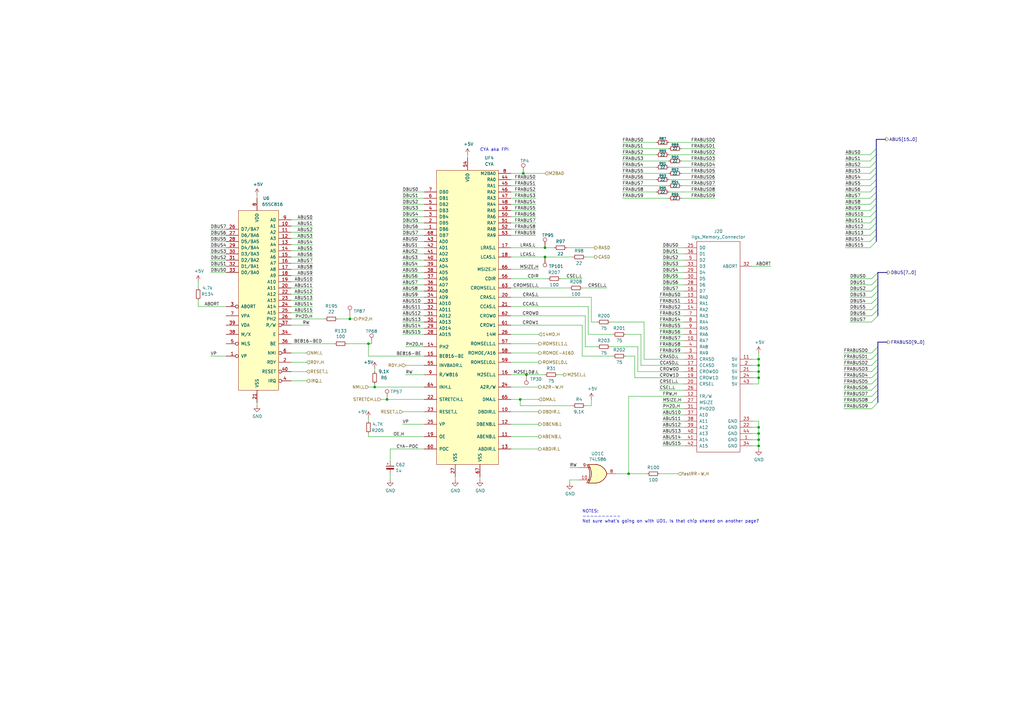
<source format=kicad_sch>
(kicad_sch (version 20211123) (generator eeschema)
  (paper "A3")
  (title_block (rev "2"))
  (lib_symbols
    (symbol "74xx:74LS86" (pin_names (offset 1.016))
      (property "Reference" "U" (at 0 1.27 0))
      (property "Value" "74LS86" (at 0 -1.27 0))
      (symbol "74LS86_1_0"
        (pin input line (at -7.62 2.54 0) (length 4.445) (name "~") (number "1"))
        (pin input line (at -7.62 -2.54 0) (length 4.445) (name "~") (number "2"))
        (pin output line (at 7.62 0 180) (length 3.81) (name "~") (number "3"))
      )
      (symbol "74LS86_2_0"
        (pin input line (at -7.62 2.54 0) (length 4.445) (name "~") (number "4"))
        (pin input line (at -7.62 -2.54 0) (length 4.445) (name "~") (number "5"))
        (pin output line (at 7.62 0 180) (length 3.81) (name "~") (number "6"))
      )
      (symbol "74LS86_3_0"
        (pin input line (at -7.62 -2.54 0) (length 4.445) (name "~") (number "10"))
        (pin output line (at 7.62 0 180) (length 3.81) (name "~") (number "8"))
        (pin input line (at -7.62 2.54 0) (length 4.445) (name "~") (number "9"))
      )
      (symbol "74LS86_4_0"
        (pin output line (at 7.62 0 180) (length 3.81) (name "~") (number "11"))
        (pin input line (at -7.62 2.54 0) (length 4.445) (name "~") (number "12"))
        (pin input line (at -7.62 -2.54 0) (length 4.445) (name "~") (number "13"))
      )
      (symbol "74LS86_5_0"
        (pin power_in line (at 0 12.7 270) (length 5.08) (name "VCC") (number "14"))
        (pin power_in line (at 0 -12.7 90) (length 5.08) (name "GND") (number "7"))
      )
    )
    (symbol "Connector:TestPoint" (pin_numbers hide) (pin_names (offset 0.762) hide)
      (property "Reference" "TP" (at 0 6.858 0))
      (property "Value" "TestPoint" (at 0 5.08 0))
      (symbol "TestPoint_1_1"
        (pin passive line (at 0 0 90) (length 2.54) (name "1") (number "1"))
      )
    )
    (symbol "Device:R_Small" (pin_numbers hide) (pin_names (offset 0.254) hide)
      (property "Reference" "R" (at 0.762 0.508 0))
      (property "Value" "R_Small" (at 0.762 -1.016 0))
      (symbol "R_Small_1_1"
        (pin passive line (at 0 2.54 270) (length 0.762) (name "~") (number "1"))
        (pin passive line (at 0 -2.54 90) (length 0.762) (name "~") (number "2"))
      )
    )
    (symbol "IIgs-Schematic-rescue:CP_Small-Device" (pin_numbers hide) (pin_names (offset 0.254) hide)
      (property "Reference" "C" (at 0.254 1.778 0))
      (property "Value" "CP_Small-Device" (at 0.254 -2.032 0))
      (symbol "CP_Small-Device_1_1"
        (pin passive line (at 0 2.54 270) (length 1.8542) (name "~") (number "1"))
        (pin passive line (at 0 -2.54 90) (length 1.8542) (name "~") (number "2"))
      )
    )
    (symbol "IIgs-Schematic:65SC816" (pin_names (offset 1.016))
      (property "Reference" "U" (at -8.89 38.1 0))
      (property "Value" "65SC816" (at -8.89 35.56 0))
      (symbol "65SC816_1_1"
        (pin input inverted (at -12.7 -25.4 0) (length 5.08) (name "VP") (number "1"))
        (pin input line (at 13.97 27.94 180) (length 5.08) (name "A1") (number "10"))
        (pin input line (at 13.97 25.4 180) (length 5.08) (name "A2") (number "11"))
        (pin input line (at 13.97 22.86 180) (length 5.08) (name "A3") (number "12"))
        (pin input line (at 13.97 20.32 180) (length 5.08) (name "A4") (number "13"))
        (pin input line (at 13.97 17.78 180) (length 5.08) (name "A5") (number "14"))
        (pin input line (at 13.97 15.24 180) (length 5.08) (name "A6") (number "15"))
        (pin input line (at 13.97 12.7 180) (length 5.08) (name "A7") (number "16"))
        (pin input line (at 13.97 10.16 180) (length 5.08) (name "A8") (number "17"))
        (pin input line (at 13.97 7.62 180) (length 5.08) (name "A9") (number "18"))
        (pin input line (at 13.97 5.08 180) (length 5.08) (name "A10") (number "19"))
        (pin input line (at 13.97 -27.94 180) (length 5.08) (name "RDY") (number "2"))
        (pin input line (at 13.97 2.54 180) (length 5.08) (name "A11") (number "20"))
        (pin input line (at 0 -44.45 90) (length 5.08) (name "VSS") (number "21"))
        (pin input line (at 13.97 0 180) (length 5.08) (name "A12") (number "22"))
        (pin input line (at 13.97 -2.54 180) (length 5.08) (name "A13") (number "23"))
        (pin input line (at 13.97 -5.08 180) (length 5.08) (name "A14") (number "24"))
        (pin input line (at 13.97 -7.62 180) (length 5.08) (name "A15") (number "25"))
        (pin input line (at -12.7 26.67 0) (length 5.08) (name "D7/BA7") (number "26"))
        (pin input line (at 13.97 -10.16 180) (length 5.08) (name "PH2") (number "26"))
        (pin input line (at -12.7 24.13 0) (length 5.08) (name "D6/BA6") (number "27"))
        (pin input line (at -12.7 21.59 0) (length 5.08) (name "D5/BA5") (number "28"))
        (pin input line (at -12.7 19.05 0) (length 5.08) (name "D4/BA4") (number "29"))
        (pin input inverted (at -12.7 -5.08 0) (length 5.08) (name "ABORT") (number "3"))
        (pin input line (at -12.7 16.51 0) (length 5.08) (name "D3/BA3") (number "30"))
        (pin input line (at -12.7 13.97 0) (length 5.08) (name "D2/BA2") (number "31"))
        (pin input line (at -12.7 11.43 0) (length 5.08) (name "D1/BA1") (number "32"))
        (pin input line (at -12.7 8.89 0) (length 5.08) (name "D0/BA0") (number "33"))
        (pin input line (at 13.97 -16.51 180) (length 5.08) (name "E") (number "34"))
        (pin input line (at 13.97 -20.32 180) (length 5.08) (name "BE") (number "36"))
        (pin input inverted (at 13.97 -12.7 180) (length 5.08) (name "R/W") (number "37"))
        (pin input line (at -12.7 -16.51 0) (length 5.08) (name "M/X") (number "38"))
        (pin input line (at -12.7 -12.7 0) (length 5.08) (name "VDA") (number "39"))
        (pin input inverted (at 13.97 -35.56 180) (length 5.08) (name "IRQ") (number "4"))
        (pin input inverted (at 13.97 -31.75 180) (length 5.08) (name "RESET") (number "40"))
        (pin input inverted (at -12.7 -20.32 0) (length 5.08) (name "MLS") (number "5"))
        (pin input inverted (at 13.97 -24.13 180) (length 5.08) (name "NMI") (number "6"))
        (pin input line (at -12.7 -8.89 0) (length 5.08) (name "VPA") (number "7"))
        (pin input line (at 0 39.37 270) (length 5.08) (name "VDD") (number "8"))
        (pin input line (at 13.97 30.48 180) (length 5.08) (name "A0") (number "9"))
      )
    )
    (symbol "IIgs-Schematic:CYA" (pin_names (offset 1.016))
      (property "Reference" "U" (at -11.43 62.23 0))
      (property "Value" "CYA" (at -11.43 59.69 0))
      (symbol "CYA_1_1"
        (pin input line (at -17.78 33.02 0) (length 5.08) (name "DB6") (number "1"))
        (pin input line (at 17.78 -41.91 180) (length 5.08) (name "DBDIR.L") (number "10"))
        (pin input line (at 17.78 -52.07 180) (length 5.08) (name "ABENB.L") (number "11"))
        (pin input line (at 17.78 -46.99 180) (length 5.08) (name "DBENB.L") (number "12"))
        (pin input line (at 17.78 -57.15 180) (length 5.08) (name "ABDIR.L") (number "13"))
        (pin input line (at -17.78 -15.24 0) (length 5.08) (name "PH2") (number "14"))
        (pin input line (at -17.78 -19.05 0) (length 5.08) (name "BE816-BE") (number "15"))
        (pin input line (at 17.78 -26.67 180) (length 5.08) (name "M2SEL.L") (number "16"))
        (pin input line (at 17.78 25.4 180) (length 5.08) (name "LRAS.L") (number "17"))
        (pin input line (at 17.78 21.59 180) (length 5.08) (name "LCAS.L") (number "18"))
        (pin input line (at -17.78 -52.07 0) (length 5.08) (name "OE") (number "19"))
        (pin input line (at -17.78 35.56 0) (length 5.08) (name "DB5") (number "2"))
        (pin input line (at 17.78 5.08 180) (length 5.08) (name "CRAS.L") (number "20"))
        (pin input line (at 17.78 1.27 180) (length 5.08) (name "CCAS.L") (number "21"))
        (pin input line (at -17.78 -36.83 0) (length 5.08) (name "STRETCH.L") (number "22"))
        (pin input line (at -17.78 -41.91 0) (length 5.08) (name "RESET.L") (number "23"))
        (pin input line (at 17.78 -31.75 180) (length 5.08) (name "A2R/W") (number "24"))
        (pin input line (at -17.78 -46.99 0) (length 5.08) (name "VP") (number "25"))
        (pin input line (at 17.78 -10.16 180) (length 5.08) (name "14M") (number "26"))
        (pin input line (at -5.08 -68.58 90) (length 5.08) (name "VSS") (number "27"))
        (pin input line (at -17.78 -10.16 0) (length 5.08) (name "AD15") (number "28"))
        (pin input line (at -17.78 -7.62 0) (length 5.08) (name "AD14") (number "29"))
        (pin input line (at -17.78 38.1 0) (length 5.08) (name "DB4") (number "3"))
        (pin input line (at -17.78 -5.08 0) (length 5.08) (name "AD13") (number "30"))
        (pin input line (at -17.78 -2.54 0) (length 5.08) (name "AD12") (number "31"))
        (pin input line (at -17.78 0 0) (length 5.08) (name "AD11") (number "32"))
        (pin input line (at -17.78 2.54 0) (length 5.08) (name "AD10") (number "33"))
        (pin input line (at -17.78 5.08 0) (length 5.08) (name "AD9") (number "34"))
        (pin input line (at -17.78 7.62 0) (length 5.08) (name "AD8") (number "35"))
        (pin input line (at -17.78 10.16 0) (length 5.08) (name "AD7") (number "36"))
        (pin input line (at -17.78 12.7 0) (length 5.08) (name "AD6") (number "37"))
        (pin input line (at -17.78 15.24 0) (length 5.08) (name "AD5") (number "38"))
        (pin input line (at -17.78 17.78 0) (length 5.08) (name "AD4") (number "39"))
        (pin input line (at -17.78 40.64 0) (length 5.08) (name "DB3") (number "4"))
        (pin input line (at -17.78 20.32 0) (length 5.08) (name "AD3") (number "40"))
        (pin input line (at -17.78 22.86 0) (length 5.08) (name "AD2") (number "41"))
        (pin input line (at -17.78 25.4 0) (length 5.08) (name "AD1") (number "42"))
        (pin input line (at -17.78 27.94 0) (length 5.08) (name "AD0") (number "43"))
        (pin input line (at 17.78 53.34 180) (length 5.08) (name "RA0") (number "44"))
        (pin input line (at 17.78 50.8 180) (length 5.08) (name "RA1") (number "45"))
        (pin input line (at 17.78 48.26 180) (length 5.08) (name "RA2") (number "46"))
        (pin input line (at 17.78 45.72 180) (length 5.08) (name "RA3") (number "47"))
        (pin input line (at 17.78 43.18 180) (length 5.08) (name "RA4") (number "48"))
        (pin input line (at 17.78 40.64 180) (length 5.08) (name "RA5") (number "49"))
        (pin input line (at -17.78 43.18 0) (length 5.08) (name "DB2") (number "5"))
        (pin input line (at 17.78 38.1 180) (length 5.08) (name "RA6") (number "50"))
        (pin input line (at 17.78 35.56 180) (length 5.08) (name "RA7") (number "51"))
        (pin input line (at 17.78 33.02 180) (length 5.08) (name "RA8") (number "52"))
        (pin input line (at 17.78 30.48 180) (length 5.08) (name "RA9") (number "53"))
        (pin input line (at 0 62.23 270) (length 5.08) (name "VDD") (number "54"))
        (pin input line (at -17.78 -22.86 0) (length 5.08) (name "INVBADR.L") (number "55"))
        (pin input line (at 17.78 12.7 180) (length 5.08) (name "CDIR") (number "56"))
        (pin input line (at 17.78 -13.97 180) (length 5.08) (name "ROMSEL1.L") (number "57"))
        (pin input line (at 17.78 -17.78 180) (length 5.08) (name "ROMOE/A16") (number "58"))
        (pin input line (at 17.78 -21.59 180) (length 5.08) (name "ROMSEL0.L") (number "59"))
        (pin input line (at -17.78 45.72 0) (length 5.08) (name "DB1") (number "6"))
        (pin input line (at -17.78 -57.15 0) (length 5.08) (name "POC") (number "60"))
        (pin input line (at 17.78 -6.35 180) (length 5.08) (name "CROW1") (number "61"))
        (pin input line (at 17.78 -2.54 180) (length 5.08) (name "CROW0") (number "62"))
        (pin input line (at 17.78 8.89 180) (length 5.08) (name "CROMSEL.L") (number "63"))
        (pin input line (at -17.78 -31.75 0) (length 5.08) (name "INH.L") (number "64"))
        (pin input line (at 17.78 -36.83 180) (length 5.08) (name "DMA.L") (number "65"))
        (pin input line (at 17.78 16.51 180) (length 5.08) (name "MSIZE.H") (number "66"))
        (pin input line (at 5.08 -68.58 90) (length 5.08) (name "VSS") (number "67"))
        (pin input line (at -17.78 30.48 0) (length 5.08) (name "DB7") (number "68"))
        (pin input line (at -17.78 48.26 0) (length 5.08) (name "DB0") (number "7"))
        (pin input line (at 17.78 55.88 180) (length 5.08) (name "M2BA0") (number "8"))
        (pin input line (at -17.78 -26.67 0) (length 5.08) (name "R/W816") (number "9"))
      )
    )
    (symbol "IIgs-Schematic:IIgs_Memory_Connector" (pin_names (offset 1.016))
      (property "Reference" "J" (at 8.89 1.27 0))
      (property "Value" "IIgs_Memory_Connector" (at 7.62 -1.27 0))
      (symbol "IIgs_Memory_Connector_1_1"
        (pin input line (at 22.86 -83.82 180) (length 5.08) (name "GND") (number "1"))
        (pin input line (at -5.08 -43.18 0) (length 5.08) (name "RA7") (number "10"))
        (pin input line (at 22.86 -50.8 180) (length 5.08) (name "5V") (number "11"))
        (pin input line (at -5.08 -66.04 0) (length 5.08) (name "FR/W") (number "12"))
        (pin input line (at -5.08 -25.4 0) (length 5.08) (name "RA0") (number "13"))
        (pin input line (at -5.08 -30.48 0) (length 5.08) (name "RA2") (number "14"))
        (pin input line (at -5.08 -27.94 0) (length 5.08) (name "RA1") (number "15"))
        (pin input line (at -5.08 -22.86 0) (length 5.08) (name "D7") (number "16"))
        (pin input line (at -5.08 -53.34 0) (length 5.08) (name "CCASD") (number "17"))
        (pin input line (at -5.08 -55.88 0) (length 5.08) (name "CROW0D") (number "18"))
        (pin input line (at -5.08 -58.42 0) (length 5.08) (name "CROW1D") (number "19"))
        (pin input line (at 22.86 -53.34 180) (length 5.08) (name "5V") (number "2"))
        (pin input line (at -5.08 -60.96 0) (length 5.08) (name "CRSEL") (number "20"))
        (pin input line (at 22.86 -55.88 180) (length 5.08) (name "5V") (number "21"))
        (pin input line (at 22.86 -78.74 180) (length 5.08) (name "GND") (number "22"))
        (pin input line (at 22.86 -76.2 180) (length 5.08) (name "GND") (number "23"))
        (pin input line (at 22.86 -58.42 180) (length 5.08) (name "5V") (number "24"))
        (pin input line (at -5.08 -5.08 0) (length 5.08) (name "D0") (number "25"))
        (pin input line (at -5.08 -63.5 0) (length 5.08) (name "~") (number "26"))
        (pin input line (at -5.08 -68.58 0) (length 5.08) (name "MSIZE") (number "27"))
        (pin input line (at -5.08 -20.32 0) (length 5.08) (name "D6") (number "28"))
        (pin input line (at -5.08 -15.24 0) (length 5.08) (name "D4") (number "29"))
        (pin input line (at -5.08 -48.26 0) (length 5.08) (name "RA9") (number "3"))
        (pin input line (at -5.08 -17.78 0) (length 5.08) (name "D5") (number "30"))
        (pin input line (at -5.08 -71.12 0) (length 5.08) (name "PHD2D") (number "31"))
        (pin input line (at 22.86 -12.7 180) (length 5.08) (name "ABORT") (number "32"))
        (pin input line (at -5.08 -12.7 0) (length 5.08) (name "D3") (number "33"))
        (pin input line (at 22.86 -86.36 180) (length 5.08) (name "GND") (number "34"))
        (pin input line (at -5.08 -50.8 0) (length 5.08) (name "CRASD") (number "35"))
        (pin input line (at -5.08 -7.62 0) (length 5.08) (name "D1") (number "36"))
        (pin input line (at -5.08 -73.66 0) (length 5.08) (name "A10") (number "37"))
        (pin input line (at -5.08 -76.2 0) (length 5.08) (name "A11") (number "38"))
        (pin input line (at -5.08 -78.74 0) (length 5.08) (name "A12") (number "39"))
        (pin input line (at -5.08 -45.72 0) (length 5.08) (name "RA8") (number "4"))
        (pin input line (at -5.08 -81.28 0) (length 5.08) (name "A13") (number "40"))
        (pin input line (at -5.08 -83.82 0) (length 5.08) (name "A14") (number "41"))
        (pin input line (at -5.08 -86.36 0) (length 5.08) (name "A15") (number "42"))
        (pin input line (at 22.86 -60.96 180) (length 5.08) (name "5V") (number "43"))
        (pin input line (at 22.86 -81.28 180) (length 5.08) (name "GND") (number "44"))
        (pin input line (at -5.08 -10.16 0) (length 5.08) (name "D2") (number "5"))
        (pin input line (at -5.08 -40.64 0) (length 5.08) (name "RA6") (number "6"))
        (pin input line (at -5.08 -33.02 0) (length 5.08) (name "RA3") (number "7"))
        (pin input line (at -5.08 -35.56 0) (length 5.08) (name "RA4") (number "8"))
        (pin input line (at -5.08 -38.1 0) (length 5.08) (name "RA5") (number "9"))
      )
    )
    (symbol "power:+5V" (power) (pin_names (offset 0))
      (property "Value" "+5V" (at 0 3.556 0))
      (symbol "+5V_1_1"
        (pin power_in line (at 0 0 90) (length 0) hide (name "+5V") (number "1"))
      )
    )
    (symbol "power:GND" (power) (pin_names (offset 0))
      (property "Value" "GND" (at 0 -3.81 0))
      (symbol "GND_1_1"
        (pin power_in line (at 0 0 270) (length 0) hide (name "GND") (number "1"))
      )
    )
  )
  (junction (at 311.15 177.8))
  (junction (at 158.75 163.83))
  (junction (at 311.15 180.34))
  (junction (at 311.15 175.26))
  (junction (at 214.63 71.12))
  (junction (at 223.52 105.41))
  (junction (at 153.67 158.75))
  (junction (at 223.52 101.6))
  (junction (at 311.15 147.32))
  (junction (at 257.81 194.31))
  (junction (at 311.15 149.86))
  (junction (at 311.15 182.88))
  (junction (at 151.13 140.97))
  (junction (at 311.15 154.94))
  (junction (at 215.9 153.67))
  (junction (at 143.51 130.81))
  (junction (at 311.15 152.4))
  (junction (at 213.36 163.83))
  (bus_entry (at 359.41 71.12) (size -2.54 2.54))
  (bus_entry (at 359.41 96.52) (size -2.54 2.54))
  (bus_entry (at 357.505 162.56) (size 2.54 -2.54))
  (bus_entry (at 357.505 154.94) (size 2.54 -2.54))
  (bus_entry (at 357.505 152.4) (size 2.54 -2.54))
  (bus_entry (at 359.41 86.36) (size -2.54 2.54))
  (bus_entry (at 360.045 116.84) (size -2.54 2.54))
  (bus_entry (at 359.41 81.28) (size -2.54 2.54))
  (bus_entry (at 359.41 91.44) (size -2.54 2.54))
  (bus_entry (at 359.41 99.06) (size -2.54 2.54))
  (bus_entry (at 357.505 144.78) (size 2.54 -2.54))
  (bus_entry (at 357.505 149.86) (size 2.54 -2.54))
  (bus_entry (at 359.41 93.98) (size -2.54 2.54))
  (bus_entry (at 360.045 124.46) (size -2.54 2.54))
  (bus_entry (at 357.505 165.1) (size 2.54 -2.54))
  (bus_entry (at 357.505 167.64) (size 2.54 -2.54))
  (bus_entry (at 359.41 66.04) (size -2.54 2.54))
  (bus_entry (at 357.505 147.32) (size 2.54 -2.54))
  (bus_entry (at 359.41 68.58) (size -2.54 2.54))
  (bus_entry (at 360.045 129.54) (size -2.54 2.54))
  (bus_entry (at 360.045 111.76) (size -2.54 2.54))
  (bus_entry (at 357.505 160.02) (size 2.54 -2.54))
  (bus_entry (at 360.045 127) (size -2.54 2.54))
  (bus_entry (at 360.045 121.92) (size -2.54 2.54))
  (bus_entry (at 359.41 63.5) (size -2.54 2.54))
  (bus_entry (at 359.41 78.74) (size -2.54 2.54))
  (bus_entry (at 359.41 88.9) (size -2.54 2.54))
  (bus_entry (at 360.045 114.3) (size -2.54 2.54))
  (bus_entry (at 359.41 60.96) (size -2.54 2.54))
  (bus_entry (at 357.505 157.48) (size 2.54 -2.54))
  (bus_entry (at 360.045 119.38) (size -2.54 2.54))
  (bus_entry (at 359.41 76.2) (size -2.54 2.54))
  (bus_entry (at 359.41 73.66) (size -2.54 2.54))
  (bus_entry (at 359.41 83.82) (size -2.54 2.54))
  (wire (pts (xy 165.1 137.16) (xy 173.99 137.16)))
  (wire (pts (xy 308.61 149.86) (xy 311.15 149.86)))
  (bus (pts (xy 359.41 86.36) (xy 359.41 88.9)))
  (wire (pts (xy 255.27 60.96) (xy 274.32 60.96)))
  (wire (pts (xy 279.4 81.28) (xy 293.37 81.28)))
  (wire (pts (xy 240.03 142.24) (xy 240.03 129.54)))
  (wire (pts (xy 311.15 175.26) (xy 308.61 175.26)))
  (wire (pts (xy 280.67 142.24) (xy 270.51 142.24)))
  (wire (pts (xy 119.38 92.71) (xy 128.27 92.71)))
  (wire (pts (xy 119.38 123.19) (xy 128.27 123.19)))
  (wire (pts (xy 119.38 90.17) (xy 128.27 90.17)))
  (wire (pts (xy 252.73 194.31) (xy 257.81 194.31)))
  (wire (pts (xy 165.1 109.22) (xy 173.99 109.22)))
  (wire (pts (xy 143.51 129.54) (xy 143.51 130.81)))
  (wire (pts (xy 165.1 124.46) (xy 173.99 124.46)))
  (wire (pts (xy 264.16 147.32) (xy 264.16 132.08)))
  (wire (pts (xy 255.27 78.74) (xy 269.24 78.74)))
  (wire (pts (xy 356.87 63.5) (xy 346.71 63.5)))
  (wire (pts (xy 242.57 163.83) (xy 242.57 166.37)))
  (wire (pts (xy 209.55 163.83) (xy 213.36 163.83)))
  (wire (pts (xy 92.71 96.52) (xy 86.36 96.52)))
  (wire (pts (xy 270.51 129.54) (xy 280.67 129.54)))
  (wire (pts (xy 165.1 116.84) (xy 173.99 116.84)))
  (wire (pts (xy 346.075 157.48) (xy 357.505 157.48)))
  (bus (pts (xy 363.22 57.15) (xy 359.41 57.15)))
  (wire (pts (xy 357.505 144.78) (xy 346.075 144.78)))
  (wire (pts (xy 209.55 137.16) (xy 220.98 137.16)))
  (wire (pts (xy 151.13 146.05) (xy 173.99 146.05)))
  (wire (pts (xy 92.71 106.68) (xy 86.36 106.68)))
  (wire (pts (xy 119.38 133.35) (xy 127 133.35)))
  (wire (pts (xy 271.78 170.18) (xy 280.67 170.18)))
  (wire (pts (xy 348.615 132.08) (xy 357.505 132.08)))
  (bus (pts (xy 360.045 121.92) (xy 360.045 124.46)))
  (wire (pts (xy 280.67 132.08) (xy 270.51 132.08)))
  (wire (pts (xy 348.615 129.54) (xy 357.505 129.54)))
  (wire (pts (xy 209.55 125.73) (xy 241.3 125.73)))
  (bus (pts (xy 359.41 57.15) (xy 359.41 60.96)))
  (wire (pts (xy 119.38 156.21) (xy 125.73 156.21)))
  (wire (pts (xy 86.36 109.22) (xy 92.71 109.22)))
  (wire (pts (xy 274.32 63.5) (xy 293.37 63.5)))
  (wire (pts (xy 119.38 113.03) (xy 128.27 113.03)))
  (wire (pts (xy 346.075 162.56) (xy 357.505 162.56)))
  (wire (pts (xy 160.02 194.31) (xy 160.02 196.85)))
  (wire (pts (xy 151.13 171.45) (xy 151.13 172.72)))
  (wire (pts (xy 209.55 88.9) (xy 219.71 88.9)))
  (wire (pts (xy 92.71 146.05) (xy 86.36 146.05)))
  (wire (pts (xy 173.99 142.24) (xy 166.37 142.24)))
  (wire (pts (xy 214.63 71.12) (xy 223.52 71.12)))
  (wire (pts (xy 165.1 101.6) (xy 173.99 101.6)))
  (wire (pts (xy 348.615 114.3) (xy 357.505 114.3)))
  (wire (pts (xy 158.75 163.83) (xy 173.99 163.83)))
  (wire (pts (xy 271.78 175.26) (xy 280.67 175.26)))
  (wire (pts (xy 262.89 149.86) (xy 262.89 137.16)))
  (wire (pts (xy 260.35 146.05) (xy 260.35 154.94)))
  (wire (pts (xy 274.32 58.42) (xy 293.37 58.42)))
  (bus (pts (xy 359.41 96.52) (xy 359.41 99.06)))
  (wire (pts (xy 209.55 148.59) (xy 220.98 148.59)))
  (wire (pts (xy 119.38 100.33) (xy 128.27 100.33)))
  (bus (pts (xy 360.045 142.24) (xy 360.045 144.78)))
  (wire (pts (xy 251.46 137.16) (xy 241.3 137.16)))
  (wire (pts (xy 261.62 142.24) (xy 261.62 152.4)))
  (wire (pts (xy 81.28 115.57) (xy 81.28 118.11)))
  (wire (pts (xy 196.85 195.58) (xy 196.85 196.85)))
  (wire (pts (xy 138.43 130.81) (xy 143.51 130.81)))
  (bus (pts (xy 359.41 63.5) (xy 359.41 66.04)))
  (wire (pts (xy 153.67 157.48) (xy 153.67 158.75)))
  (wire (pts (xy 81.28 123.19) (xy 81.28 125.73)))
  (bus (pts (xy 359.41 78.74) (xy 359.41 81.28)))
  (bus (pts (xy 359.41 88.9) (xy 359.41 91.44)))
  (wire (pts (xy 209.55 83.82) (xy 219.71 83.82)))
  (wire (pts (xy 271.78 109.22) (xy 280.67 109.22)))
  (wire (pts (xy 271.78 111.76) (xy 280.67 111.76)))
  (bus (pts (xy 360.045 114.3) (xy 360.045 116.84)))
  (wire (pts (xy 81.28 125.73) (xy 92.71 125.73)))
  (wire (pts (xy 165.1 86.36) (xy 173.99 86.36)))
  (wire (pts (xy 251.46 146.05) (xy 238.76 146.05)))
  (bus (pts (xy 360.045 149.86) (xy 360.045 152.4)))
  (wire (pts (xy 279.4 66.04) (xy 293.37 66.04)))
  (wire (pts (xy 274.32 78.74) (xy 293.37 78.74)))
  (bus (pts (xy 360.045 111.76) (xy 363.855 111.76)))
  (bus (pts (xy 360.045 160.02) (xy 360.045 162.56)))
  (wire (pts (xy 264.16 147.32) (xy 280.67 147.32)))
  (wire (pts (xy 220.98 184.15) (xy 209.55 184.15)))
  (wire (pts (xy 232.41 101.6) (xy 243.84 101.6)))
  (wire (pts (xy 280.67 124.46) (xy 270.51 124.46)))
  (wire (pts (xy 209.55 105.41) (xy 223.52 105.41)))
  (wire (pts (xy 86.36 93.98) (xy 92.71 93.98)))
  (wire (pts (xy 165.1 119.38) (xy 173.99 119.38)))
  (wire (pts (xy 209.55 93.98) (xy 219.71 93.98)))
  (wire (pts (xy 261.62 152.4) (xy 280.67 152.4)))
  (wire (pts (xy 165.1 129.54) (xy 173.99 129.54)))
  (wire (pts (xy 209.55 110.49) (xy 220.98 110.49)))
  (wire (pts (xy 165.1 91.44) (xy 173.99 91.44)))
  (wire (pts (xy 274.32 73.66) (xy 293.37 73.66)))
  (wire (pts (xy 209.55 129.54) (xy 240.03 129.54)))
  (wire (pts (xy 311.15 152.4) (xy 311.15 154.94)))
  (wire (pts (xy 257.81 162.56) (xy 280.67 162.56)))
  (wire (pts (xy 271.78 172.72) (xy 280.67 172.72)))
  (wire (pts (xy 308.61 157.48) (xy 311.15 157.48)))
  (wire (pts (xy 260.35 154.94) (xy 280.67 154.94)))
  (wire (pts (xy 213.36 163.83) (xy 220.98 163.83)))
  (wire (pts (xy 311.15 182.88) (xy 311.15 184.15)))
  (wire (pts (xy 356.87 99.06) (xy 346.71 99.06)))
  (wire (pts (xy 119.38 97.79) (xy 128.27 97.79)))
  (wire (pts (xy 308.61 147.32) (xy 311.15 147.32)))
  (wire (pts (xy 356.87 93.98) (xy 346.71 93.98)))
  (wire (pts (xy 280.67 137.16) (xy 270.51 137.16)))
  (wire (pts (xy 165.1 121.92) (xy 173.99 121.92)))
  (wire (pts (xy 119.38 118.11) (xy 128.27 118.11)))
  (wire (pts (xy 242.57 132.08) (xy 242.57 121.92)))
  (wire (pts (xy 165.1 134.62) (xy 173.99 134.62)))
  (wire (pts (xy 255.27 68.58) (xy 269.24 68.58)))
  (bus (pts (xy 360.045 140.335) (xy 363.855 140.335)))
  (wire (pts (xy 165.1 132.08) (xy 173.99 132.08)))
  (wire (pts (xy 357.505 154.94) (xy 346.075 154.94)))
  (bus (pts (xy 360.045 162.56) (xy 360.045 165.1)))
  (wire (pts (xy 242.57 166.37) (xy 240.03 166.37)))
  (wire (pts (xy 165.1 81.28) (xy 173.99 81.28)))
  (wire (pts (xy 220.98 144.78) (xy 209.55 144.78)))
  (wire (pts (xy 119.38 102.87) (xy 128.27 102.87)))
  (wire (pts (xy 250.19 142.24) (xy 261.62 142.24)))
  (wire (pts (xy 279.4 71.12) (xy 293.37 71.12)))
  (wire (pts (xy 308.61 180.34) (xy 311.15 180.34)))
  (wire (pts (xy 92.71 101.6) (xy 86.36 101.6)))
  (wire (pts (xy 165.1 88.9) (xy 173.99 88.9)))
  (wire (pts (xy 213.36 166.37) (xy 213.36 163.83)))
  (wire (pts (xy 119.38 140.97) (xy 137.16 140.97)))
  (wire (pts (xy 271.78 177.8) (xy 280.67 177.8)))
  (wire (pts (xy 186.69 195.58) (xy 186.69 196.85)))
  (wire (pts (xy 311.15 180.34) (xy 311.15 182.88)))
  (wire (pts (xy 357.505 147.32) (xy 346.075 147.32)))
  (wire (pts (xy 357.505 165.1) (xy 346.075 165.1)))
  (wire (pts (xy 173.99 179.07) (xy 151.13 179.07)))
  (wire (pts (xy 348.615 121.92) (xy 357.505 121.92)))
  (bus (pts (xy 359.41 73.66) (xy 359.41 76.2)))
  (bus (pts (xy 359.41 91.44) (xy 359.41 93.98)))
  (wire (pts (xy 308.61 109.22) (xy 316.23 109.22)))
  (wire (pts (xy 229.87 114.3) (xy 238.76 114.3)))
  (wire (pts (xy 119.38 125.73) (xy 128.27 125.73)))
  (wire (pts (xy 270.51 139.7) (xy 280.67 139.7)))
  (wire (pts (xy 271.78 182.88) (xy 280.67 182.88)))
  (wire (pts (xy 245.11 132.08) (xy 242.57 132.08)))
  (wire (pts (xy 279.4 60.96) (xy 293.37 60.96)))
  (wire (pts (xy 356.87 66.04) (xy 346.71 66.04)))
  (wire (pts (xy 165.1 83.82) (xy 173.99 83.82)))
  (wire (pts (xy 119.38 95.25) (xy 128.27 95.25)))
  (wire (pts (xy 270.51 127) (xy 280.67 127)))
  (bus (pts (xy 360.045 124.46) (xy 360.045 127)))
  (wire (pts (xy 280.67 160.02) (xy 270.51 160.02)))
  (wire (pts (xy 271.78 116.84) (xy 280.67 116.84)))
  (wire (pts (xy 209.55 71.12) (xy 214.63 71.12)))
  (wire (pts (xy 119.38 128.27) (xy 128.27 128.27)))
  (bus (pts (xy 359.41 68.58) (xy 359.41 71.12)))
  (wire (pts (xy 105.41 165.1) (xy 105.41 166.37)))
  (wire (pts (xy 166.37 153.67) (xy 173.99 153.67)))
  (wire (pts (xy 356.87 83.82) (xy 346.71 83.82)))
  (wire (pts (xy 238.76 146.05) (xy 238.76 133.35)))
  (wire (pts (xy 223.52 101.6) (xy 227.33 101.6)))
  (bus (pts (xy 360.045 127) (xy 360.045 129.54)))
  (wire (pts (xy 119.38 105.41) (xy 128.27 105.41)))
  (wire (pts (xy 255.27 81.28) (xy 274.32 81.28)))
  (wire (pts (xy 119.38 110.49) (xy 128.27 110.49)))
  (wire (pts (xy 245.11 142.24) (xy 240.03 142.24)))
  (bus (pts (xy 360.045 111.76) (xy 360.045 114.3)))
  (wire (pts (xy 356.87 76.2) (xy 346.71 76.2)))
  (wire (pts (xy 86.36 104.14) (xy 92.71 104.14)))
  (wire (pts (xy 311.15 154.94) (xy 308.61 154.94)))
  (wire (pts (xy 173.99 149.86) (xy 166.37 149.86)))
  (wire (pts (xy 209.55 133.35) (xy 238.76 133.35)))
  (wire (pts (xy 348.615 127) (xy 357.505 127)))
  (wire (pts (xy 237.49 191.77) (xy 233.68 191.77)))
  (wire (pts (xy 209.55 121.92) (xy 242.57 121.92)))
  (wire (pts (xy 346.075 152.4) (xy 357.505 152.4)))
  (wire (pts (xy 271.78 114.3) (xy 280.67 114.3)))
  (bus (pts (xy 359.41 60.96) (xy 359.41 63.5)))
  (wire (pts (xy 209.55 101.6) (xy 223.52 101.6)))
  (bus (pts (xy 360.045 147.32) (xy 360.045 149.86)))
  (bus (pts (xy 360.045 157.48) (xy 360.045 160.02)))
  (wire (pts (xy 356.87 81.28) (xy 346.71 81.28)))
  (wire (pts (xy 142.24 140.97) (xy 151.13 140.97)))
  (wire (pts (xy 237.49 196.85) (xy 233.68 196.85)))
  (wire (pts (xy 240.03 105.41) (xy 243.84 105.41)))
  (wire (pts (xy 119.38 115.57) (xy 128.27 115.57)))
  (wire (pts (xy 348.615 119.38) (xy 357.505 119.38)))
  (wire (pts (xy 308.61 177.8) (xy 311.15 177.8)))
  (wire (pts (xy 173.99 184.15) (xy 160.02 184.15)))
  (wire (pts (xy 308.61 172.72) (xy 311.15 172.72)))
  (wire (pts (xy 311.15 177.8) (xy 311.15 180.34)))
  (wire (pts (xy 346.075 149.86) (xy 357.505 149.86)))
  (wire (pts (xy 209.55 76.2) (xy 219.71 76.2)))
  (wire (pts (xy 220.98 173.99) (xy 209.55 173.99)))
  (bus (pts (xy 360.045 140.335) (xy 360.045 142.24)))
  (wire (pts (xy 271.78 119.38) (xy 280.67 119.38)))
  (wire (pts (xy 262.89 149.86) (xy 280.67 149.86)))
  (wire (pts (xy 311.15 144.78) (xy 311.15 147.32)))
  (wire (pts (xy 173.99 168.91) (xy 165.1 168.91)))
  (wire (pts (xy 280.67 165.1) (xy 271.78 165.1)))
  (wire (pts (xy 271.78 106.68) (xy 280.67 106.68)))
  (bus (pts (xy 359.41 93.98) (xy 359.41 96.52)))
  (wire (pts (xy 255.27 66.04) (xy 274.32 66.04)))
  (wire (pts (xy 257.81 162.56) (xy 257.81 194.31)))
  (wire (pts (xy 209.55 73.66) (xy 219.71 73.66)))
  (wire (pts (xy 191.77 63.5) (xy 191.77 64.77)))
  (wire (pts (xy 165.1 173.99) (xy 173.99 173.99)))
  (wire (pts (xy 255.27 71.12) (xy 274.32 71.12)))
  (wire (pts (xy 311.15 147.32) (xy 311.15 149.86)))
  (wire (pts (xy 356.87 86.36) (xy 346.71 86.36)))
  (wire (pts (xy 119.38 120.65) (xy 128.27 120.65)))
  (wire (pts (xy 311.15 154.94) (xy 311.15 157.48)))
  (bus (pts (xy 360.045 119.38) (xy 360.045 121.92)))
  (bus (pts (xy 359.41 66.04) (xy 359.41 68.58)))
  (wire (pts (xy 257.81 194.31) (xy 265.43 194.31)))
  (wire (pts (xy 143.51 130.81) (xy 145.415 130.81)))
  (wire (pts (xy 311.15 149.86) (xy 311.15 152.4)))
  (wire (pts (xy 165.1 104.14) (xy 173.99 104.14)))
  (wire (pts (xy 151.13 140.97) (xy 152.4 140.97)))
  (wire (pts (xy 219.71 91.44) (xy 209.55 91.44)))
  (wire (pts (xy 356.87 78.74) (xy 346.71 78.74)))
  (wire (pts (xy 153.67 151.13) (xy 153.67 152.4)))
  (wire (pts (xy 209.55 96.52) (xy 219.71 96.52)))
  (wire (pts (xy 165.1 106.68) (xy 173.99 106.68)))
  (wire (pts (xy 165.1 114.3) (xy 173.99 114.3)))
  (wire (pts (xy 125.73 152.4) (xy 119.38 152.4)))
  (wire (pts (xy 220.98 179.07) (xy 209.55 179.07)))
  (wire (pts (xy 165.1 78.74) (xy 173.99 78.74)))
  (wire (pts (xy 357.505 160.02) (xy 346.075 160.02)))
  (wire (pts (xy 220.98 168.91) (xy 209.55 168.91)))
  (wire (pts (xy 165.1 111.76) (xy 173.99 111.76)))
  (wire (pts (xy 219.71 81.28) (xy 209.55 81.28)))
  (wire (pts (xy 346.075 167.64) (xy 357.505 167.64)))
  (bus (pts (xy 359.41 71.12) (xy 359.41 73.66)))
  (wire (pts (xy 156.21 163.83) (xy 158.75 163.83)))
  (wire (pts (xy 255.27 58.42) (xy 269.24 58.42)))
  (wire (pts (xy 308.61 182.88) (xy 311.15 182.88)))
  (wire (pts (xy 255.27 63.5) (xy 269.24 63.5)))
  (wire (pts (xy 219.71 86.36) (xy 209.55 86.36)))
  (wire (pts (xy 165.1 127) (xy 173.99 127)))
  (wire (pts (xy 209.55 158.75) (xy 220.98 158.75)))
  (bus (pts (xy 360.045 152.4) (xy 360.045 154.94)))
  (wire (pts (xy 151.13 158.75) (xy 153.67 158.75)))
  (wire (pts (xy 356.87 88.9) (xy 346.71 88.9)))
  (bus (pts (xy 360.045 116.84) (xy 360.045 119.38)))
  (wire (pts (xy 356.87 68.58) (xy 346.71 68.58)))
  (bus (pts (xy 359.41 83.82) (xy 359.41 86.36)))
  (wire (pts (xy 270.51 194.31) (xy 278.13 194.31)))
  (wire (pts (xy 250.19 132.08) (xy 264.16 132.08)))
  (wire (pts (xy 151.13 146.05) (xy 151.13 140.97)))
  (wire (pts (xy 348.615 124.46) (xy 357.505 124.46)))
  (wire (pts (xy 280.67 121.92) (xy 270.51 121.92)))
  (wire (pts (xy 209.55 153.67) (xy 215.9 153.67)))
  (wire (pts (xy 119.38 107.95) (xy 128.27 107.95)))
  (wire (pts (xy 260.35 146.05) (xy 256.54 146.05)))
  (wire (pts (xy 213.36 166.37) (xy 234.95 166.37)))
  (wire (pts (xy 119.38 130.81) (xy 133.35 130.81)))
  (wire (pts (xy 256.54 137.16) (xy 262.89 137.16)))
  (wire (pts (xy 160.02 184.15) (xy 160.02 189.23)))
  (bus (pts (xy 359.41 76.2) (xy 359.41 78.74)))
  (wire (pts (xy 219.71 78.74) (xy 209.55 78.74)))
  (wire (pts (xy 356.87 96.52) (xy 346.71 96.52)))
  (wire (pts (xy 231.14 153.67) (xy 228.6 153.67)))
  (wire (pts (xy 105.41 80.01) (xy 105.41 81.28)))
  (wire (pts (xy 125.73 148.59) (xy 119.38 148.59)))
  (wire (pts (xy 153.67 158.75) (xy 173.99 158.75)))
  (wire (pts (xy 241.3 137.16) (xy 241.3 125.73)))
  (wire (pts (xy 356.87 91.44) (xy 346.71 91.44)))
  (wire (pts (xy 356.87 73.66) (xy 346.71 73.66)))
  (wire (pts (xy 271.78 167.64) (xy 280.67 167.64)))
  (wire (pts (xy 151.13 177.8) (xy 151.13 179.07)))
  (wire (pts (xy 274.32 68.58) (xy 293.37 68.58)))
  (wire (pts (xy 270.51 134.62) (xy 280.67 134.62)))
  (wire (pts (xy 165.1 93.98) (xy 173.99 93.98)))
  (wire (pts (xy 308.61 152.4) (xy 311.15 152.4)))
  (wire (pts (xy 356.87 71.12) (xy 346.71 71.12)))
  (wire (pts (xy 92.71 111.76) (xy 86.36 111.76)))
  (wire (pts (xy 271.78 101.6) (xy 280.67 101.6)))
  (wire (pts (xy 255.27 73.66) (xy 269.24 73.66)))
  (bus (pts (xy 359.41 81.28) (xy 359.41 83.82)))
  (bus (pts (xy 360.045 154.94) (xy 360.045 157.48)))
  (wire (pts (xy 248.92 118.11) (xy 238.76 118.11)))
  (wire (pts (xy 86.36 99.06) (xy 92.71 99.06)))
  (wire (pts (xy 209.55 114.3) (xy 224.79 114.3)))
  (wire (pts (xy 311.15 172.72) (xy 311.15 175.26)))
  (wire (pts (xy 279.4 76.2) (xy 293.37 76.2)))
  (wire (pts (xy 215.9 153.67) (xy 223.52 153.67)))
  (wire (pts (xy 209.55 118.11) (xy 233.68 118.11)))
  (wire (pts (xy 165.1 96.52) (xy 173.99 96.52)))
  (wire (pts (xy 271.78 180.34) (xy 280.67 180.34)))
  (wire (pts (xy 356.87 101.6) (xy 346.71 101.6)))
  (wire (pts (xy 280.67 157.48) (xy 270.51 157.48)))
  (wire (pts (xy 209.55 140.97) (xy 220.98 140.97)))
  (wire (pts (xy 311.15 175.26) (xy 311.15 177.8)))
  (wire (pts (xy 119.38 144.78) (xy 125.73 144.78)))
  (wire (pts (xy 270.51 144.78) (xy 280.67 144.78)))
  (wire (pts (xy 348.615 116.84) (xy 357.505 116.84)))
  (wire (pts (xy 271.78 104.14) (xy 280.67 104.14)))
  (wire (pts (xy 255.27 76.2) (xy 274.32 76.2)))
  (wire (pts (xy 165.1 99.06) (xy 173.99 99.06)))
  (wire (pts (xy 233.68 196.85) (xy 233.68 198.12)))
  (bus (pts (xy 360.045 144.78) (xy 360.045 147.32)))
  (wire (pts (xy 223.52 105.41) (xy 234.95 105.41)))
  (text "CYA aka FPI" (at 196.85 62.23 0) (effects (font (size 1.27 1.27)) (justify left bottom)))
  (text "NOTES:\n----------\nNot sure what's going on with UD1. Is that chip shared on another page?" (at 238.76 214.63 0) (effects (font (size 1.27 1.27)) (justify left bottom)))
  (label "ABUS0" (at 128.27 90.17 180))
  (label "DBUS2" (at 271.78 106.68 0))
  (label "DBUS3" (at 165.1 86.36 0))
  (label "ABUS2" (at 128.27 95.25 180))
  (label "DBUS5" (at 348.615 127 0))
  (label "FRABUS0" (at 270.51 121.92 0))
  (label "ABORT" (at 316.23 109.22 180))
  (label "ABUS8" (at 165.1 119.38 0))
  (label "FRABUSD3" (at 346.075 152.4 0))
  (label "FRABUS7" (at 270.51 139.7 0))
  (label "LRAS.L" (at 219.71 101.6 180))
  (label "FRABUSD6" (at 293.37 73.66 180))
  (label "FRABUS3" (at 255.27 66.04 0))
  (label "ABUS14" (at 165.1 134.62 0))
  (label "ABUS6" (at 165.1 114.3 0))
  (label "DBUS2" (at 165.1 83.82 0))
  (label "CROMSEL.L" (at 220.98 118.11 180))
  (label "DBUS1" (at 348.615 116.84 0))
  (label "FRABUS2" (at 270.51 127 0))
  (label "FRABUS0" (at 219.71 73.66 180))
  (label "LCAS.L" (at 219.71 105.41 180))
  (label "DBUS3" (at 348.615 121.92 0))
  (label "DBUS3" (at 271.78 109.22 0))
  (label "DBUS6" (at 165.1 93.98 0))
  (label "FRABUS3" (at 270.51 129.54 0))
  (label "FRABUSD2" (at 346.075 149.86 0))
  (label "FRABUSD7" (at 346.075 162.56 0))
  (label "FRABUS6" (at 255.27 73.66 0))
  (label "M2SELD#.L" (at 220.98 153.67 180))
  (label "ABUS14" (at 346.71 99.06 0))
  (label "DBUS1" (at 86.36 109.22 0))
  (label "DBUS7" (at 348.615 132.08 0))
  (label "ABUS15" (at 346.71 101.6 0))
  (label "FRABUSD9" (at 346.075 167.64 0))
  (label "DBUS5" (at 86.36 99.06 0))
  (label "ABUS1" (at 346.71 66.04 0))
  (label "MSIZE.H" (at 271.78 165.1 0))
  (label "ABUS5" (at 128.27 102.87 180))
  (label "ABUS3" (at 346.71 71.12 0))
  (label "PH2D.H" (at 128.27 130.81 180))
  (label "CRSEL.L" (at 270.51 157.48 0))
  (label "ABUS4" (at 346.71 73.66 0))
  (label "CROW0" (at 220.98 129.54 180))
  (label "DBUS4" (at 271.78 111.76 0))
  (label "DBUS5" (at 165.1 91.44 0))
  (label "ABUS12" (at 165.1 129.54 0))
  (label "CRAS.L" (at 220.98 121.92 180))
  (label "ABUS9" (at 346.71 86.36 0))
  (label "FRABUSD4" (at 293.37 68.58 180))
  (label "VP" (at 165.1 173.99 0))
  (label "DBUS6" (at 86.36 96.52 0))
  (label "ABUS0" (at 165.1 99.06 0))
  (label "ABUS11" (at 128.27 118.11 180))
  (label "ABUS10" (at 271.78 170.18 0))
  (label "FRABUS7" (at 219.71 91.44 180))
  (label "CSEL.L" (at 238.76 114.3 180))
  (label "MSIZE.H" (at 220.98 110.49 180))
  (label "CROW0D" (at 270.51 152.4 0))
  (label "ABUS14" (at 128.27 125.73 180))
  (label "ABUS13" (at 128.27 123.19 180))
  (label "ABUS13" (at 271.78 177.8 0))
  (label "ABUS12" (at 346.71 93.98 0))
  (label "ABUS10" (at 165.1 124.46 0))
  (label "DBUS4" (at 165.1 88.9 0))
  (label "FRABUS9" (at 270.51 144.78 0))
  (label "ABUS15" (at 271.78 182.88 0))
  (label "ABUS12" (at 128.27 120.65 180))
  (label "DBUS0" (at 271.78 101.6 0))
  (label "ABUS13" (at 165.1 132.08 0))
  (label "RW" (at 233.68 191.77 0))
  (label "CROW1" (at 220.98 133.35 180))
  (label "ABUS15" (at 165.1 137.16 0))
  (label "FRABUSD8" (at 346.075 165.1 0))
  (label "FRABUS9" (at 219.71 96.52 180))
  (label "ABUS6" (at 128.27 105.41 180))
  (label "ABUS4" (at 128.27 100.33 180))
  (label "BE816-BED" (at 132.08 140.97 180))
  (label "ABUS2" (at 346.71 68.58 0))
  (label "FRABUS4" (at 255.27 68.58 0))
  (label "DBUS4" (at 348.615 124.46 0))
  (label "RW" (at 166.37 153.67 0))
  (label "ABUS3" (at 165.1 106.68 0))
  (label "ABUS13" (at 346.71 96.52 0))
  (label "DBUS2" (at 86.36 106.68 0))
  (label "FRABUS2" (at 219.71 78.74 180))
  (label "DBUS2" (at 348.615 119.38 0))
  (label "CROW1D" (at 270.51 154.94 0))
  (label "ABUS11" (at 271.78 172.72 0))
  (label "ABUS15" (at 128.27 128.27 180))
  (label "DBUS1" (at 271.78 104.14 0))
  (label "ABUS11" (at 346.71 91.44 0))
  (label "DBUS6" (at 348.615 129.54 0))
  (label "OE.H" (at 161.29 179.07 0))
  (label "CCAS.L" (at 220.98 125.73 180))
  (label "DBUS0" (at 165.1 78.74 0))
  (label "ABUS14" (at 271.78 180.34 0))
  (label "PH2D.H" (at 271.78 167.64 0))
  (label "DBUS5" (at 271.78 114.3 0))
  (label "ABUS5" (at 346.71 76.2 0))
  (label "FRABUSD8" (at 293.37 78.74 180))
  (label "ABUS12" (at 271.78 175.26 0))
  (label "CRASD.L" (at 270.51 147.32 0))
  (label "ABUS9" (at 128.27 113.03 180))
  (label "RW" (at 127 133.35 180))
  (label "FRABUSD9" (at 293.37 81.28 180))
  (label "ABUS7" (at 165.1 116.84 0))
  (label "ABUS9" (at 165.1 121.92 0))
  (label "FRABUSD3" (at 293.37 66.04 180))
  (label "DBUS6" (at 271.78 116.84 0))
  (label "FRABUS9" (at 255.27 81.28 0))
  (label "FRABUS7" (at 255.27 76.2 0))
  (label "FRABUS5" (at 255.27 71.12 0))
  (label "DBUS0" (at 86.36 111.76 0))
  (label "DBUS7" (at 165.1 96.52 0))
  (label "FRABUS2" (at 255.27 63.5 0))
  (label "CYA-POC" (at 162.56 184.15 0))
  (label "DBUS7" (at 86.36 93.98 0))
  (label "ABUS5" (at 165.1 111.76 0))
  (label "VP" (at 86.36 146.05 0))
  (label "ABUS10" (at 128.27 115.57 180))
  (label "FRABUS8" (at 270.51 142.24 0))
  (label "FRABUSD0" (at 346.075 144.78 0))
  (label "ABUS6" (at 346.71 78.74 0))
  (label "FRABUS5" (at 219.71 86.36 180))
  (label "FRABUS8" (at 255.27 78.74 0))
  (label "FRABUS4" (at 219.71 83.82 180))
  (label "DBUS4" (at 86.36 101.6 0))
  (label "FRABUSD5" (at 346.075 157.48 0))
  (label "FRW.H" (at 271.78 162.56 0))
  (label "FRABUS1" (at 255.27 60.96 0))
  (label "DBUS3" (at 86.36 104.14 0))
  (label "CRSEL.L" (at 248.92 118.11 180))
  (label "ABUS7" (at 128.27 107.95 180))
  (label "ABUS3" (at 128.27 97.79 180))
  (label "ABUS8" (at 346.71 83.82 0))
  (label "FRABUS0" (at 255.27 58.42 0))
  (label "ABUS8" (at 128.27 110.49 180))
  (label "DBUS0" (at 348.615 114.3 0))
  (label "ABORT" (at 83.82 125.73 0))
  (label "FRABUS6" (at 219.71 88.9 180))
  (label "CDIR" (at 220.98 114.3 180))
  (label "CCASD.L" (at 270.51 149.86 0))
  (label "ABUS11" (at 165.1 127 0))
  (label "FRABUSD7" (at 293.37 76.2 180))
  (label "FRABUSD1" (at 346.075 147.32 0))
  (label "DBUS1" (at 165.1 81.28 0))
  (label "FRABUSD0" (at 293.37 58.42 180))
  (label "ABUS2" (at 165.1 104.14 0))
  (label "FRABUSD6" (at 346.075 160.02 0))
  (label "BE816-BE" (at 162.56 146.05 0))
  (label "FRABUS6" (at 270.51 137.16 0))
  (label "DBUS7" (at 271.78 119.38 0))
  (label "PH2D.H" (at 166.37 142.24 0))
  (label "FRABUS4" (at 270.51 132.08 0))
  (label "ABUS10" (at 346.71 88.9 0))
  (label "ABUS7" (at 346.71 81.28 0))
  (label "FRABUSD5" (at 293.37 71.12 180))
  (label "FRABUSD4" (at 346.075 154.94 0))
  (label "FRABUSD2" (at 293.37 63.5 180))
  (label "ABUS0" (at 346.71 63.5 0))
  (label "FRABUSD1" (at 293.37 60.96 180))
  (label "FRABUS8" (at 219.71 93.98 180))
  (label "CSEL.L" (at 270.51 160.02 0))
  (label "FRABUS5" (at 270.51 134.62 0))
  (label "ABUS4" (at 165.1 109.22 0))
  (label "FRABUS1" (at 219.71 76.2 180))
  (label "ABUS1" (at 165.1 101.6 0))
  (label "ABUS1" (at 128.27 92.71 180))
  (label "FRABUS3" (at 219.71 81.28 180))
  (label "FRABUS1" (at 270.51 124.46 0))
  (hierarchical_label "RASD" (shape output) (at 243.84 101.6 0))
  (hierarchical_label "NMI.L" (shape input) (at 125.73 144.78 0))
  (hierarchical_label "NMI.L" (shape input) (at 151.13 158.75 180))
  (hierarchical_label "RDY.H" (shape input) (at 125.73 148.59 0))
  (hierarchical_label "A2R-W.H" (shape output) (at 220.98 158.75 0))
  (hierarchical_label "14MD.H" (shape input) (at 220.98 137.16 0))
  (hierarchical_label "RESET.L" (shape input) (at 125.73 152.4 0))
  (hierarchical_label "PH2.H" (shape output) (at 145.415 130.81 0))
  (hierarchical_label "ABDIR.L" (shape output) (at 220.98 184.15 0))
  (hierarchical_label "M2BA0" (shape input) (at 223.52 71.12 0))
  (hierarchical_label "RDY.H" (shape input) (at 166.37 149.86 180))
  (hierarchical_label "DBDIR.L" (shape output) (at 220.98 168.91 0))
  (hierarchical_label "ROMOE-A16D" (shape output) (at 220.98 144.78 0))
  (hierarchical_label "IRQ.L" (shape input) (at 125.73 156.21 0))
  (hierarchical_label "STRETCH.L" (shape input) (at 156.21 163.83 180))
  (hierarchical_label "RESET.L" (shape input) (at 165.1 168.91 180))
  (hierarchical_label "FRABUSD[9..0]" (shape output) (at 363.855 140.335 0))
  (hierarchical_label "ABUS[15..0]" (shape output) (at 363.22 57.15 0))
  (hierarchical_label "DBENB.L" (shape output) (at 220.98 173.99 0))
  (hierarchical_label "DMA.L" (shape input) (at 220.98 163.83 0))
  (hierarchical_label "ROMSEL1.L" (shape output) (at 220.98 140.97 0))
  (hierarchical_label "DBUS[7..0]" (shape output) (at 363.855 111.76 0))
  (hierarchical_label "M2SEL.L" (shape output) (at 231.14 153.67 0))
  (hierarchical_label "ABENB.L" (shape output) (at 220.98 179.07 0))
  (hierarchical_label "ROMSEL0.L" (shape output) (at 220.98 148.59 0))
  (hierarchical_label "CASD" (shape output) (at 243.84 105.41 0))
  (hierarchical_label "fastRR-W.H" (shape input) (at 278.13 194.31 0))
  (symbol (lib_id "IIgs-Schematic:CYA") (at 191.77 127 0) (unit 1)
    (property "Reference" "UF4" (at 200.66 64.77 0))
    (property "Value" "CYA" (at 200.66 67.31 0))
  )
  (symbol (lib_id "IIgs-Schematic:65SC816") (at 105.41 120.65 0) (unit 1)
    (property "Reference" "U6" (at 109.22 81.28 0))
    (property "Value" "65SC816" (at 111.76 83.82 0))
  )
  (symbol (lib_id "IIgs-Schematic:IIgs_Memory_Connector") (at 285.75 96.52 0) (unit 1)
    (property "Reference" "J20" (at 294.64 94.869 0))
    (property "Value" "IIgs_Memory_Connector" (at 294.64 97.1804 0))
  )
  (symbol (lib_id "Device:R_Small") (at 135.89 130.81 270) (unit 1)
    (property "Reference" "R195" (at 135.89 125.5522 90))
    (property "Value" "22" (at 135.89 127.8636 90))
  )
  (symbol (lib_id "Connector:TestPoint") (at 143.51 129.54 0) (unit 1)
    (property "Reference" "TP87" (at 144.9832 127.6604 0) (effects (justify left)))
    (property "Value" "TestPoint" (effects hide))
  )
  (symbol (lib_id "Device:R_Small") (at 139.7 140.97 270) (unit 1)
    (property "Reference" "R133" (at 139.7 135.7122 90))
    (property "Value" "100" (at 139.7 138.0236 90))
  )
  (symbol (lib_id "Connector:TestPoint") (at 152.4 140.97 0) (unit 1)
    (property "Reference" "TP68" (at 152.4 135.89 0))
    (property "Value" "TestPoint" (effects hide))
  )
  (symbol (lib_id "Connector:TestPoint") (at 158.75 163.83 0) (unit 1)
    (property "Reference" "TP57" (at 162.56 160.655 0))
    (property "Value" "TestPoint" (effects hide))
  )
  (symbol (lib_id "power:GND") (at 105.41 166.37 0) (unit 1)
    (property "Reference" "#PWR?" (effects hide))
    (property "Value" "GND" (at 105.537 170.7642 0))
  )
  (symbol (lib_id "power:+5V") (at 105.41 80.01 0) (unit 1)
    (property "Reference" "#PWR?" (effects hide))
    (property "Value" "+5V" (at 105.791 75.6158 0))
  )
  (symbol (lib_id "Device:R_Small") (at 81.28 120.65 180) (unit 1)
    (property "Reference" "R134" (at 85.09 120.65 0))
    (property "Value" "4.7k" (at 85.09 118.11 0))
  )
  (symbol (lib_id "power:+5V") (at 81.28 115.57 0) (unit 1)
    (property "Reference" "#PWR?" (effects hide))
    (property "Value" "+5V" (at 81.661 111.1758 0))
  )
  (symbol (lib_id "Device:R_Small") (at 153.67 154.94 180) (unit 1)
    (property "Reference" "R6" (at 157.48 154.94 0))
    (property "Value" "9.1K" (at 157.48 152.4 0))
  )
  (symbol (lib_id "power:+5V") (at 153.67 151.13 0) (unit 1)
    (property "Reference" "#PWR?" (effects hide))
    (property "Value" "+5V" (at 151.13 148.59 0))
  )
  (symbol (lib_id "IIgs-Schematic-rescue:CP_Small-Device") (at 160.02 191.77 0) (unit 1)
    (property "Reference" "C62" (at 162.2552 190.6016 0) (effects (justify left)))
    (property "Value" "1u" (at 162.2552 192.913 0) (effects (justify left)))
  )
  (symbol (lib_id "power:GND") (at 160.02 196.85 0) (unit 1)
    (property "Reference" "#PWR?" (effects hide))
    (property "Value" "GND" (at 160.147 201.2442 0))
  )
  (symbol (lib_id "Device:R_Small") (at 151.13 175.26 180) (unit 1)
    (property "Reference" "R205" (at 154.94 176.53 0))
    (property "Value" "4.7K" (at 154.94 173.99 0))
  )
  (symbol (lib_id "power:+5V") (at 151.13 171.45 0) (unit 1)
    (property "Reference" "#PWR?" (effects hide))
    (property "Value" "+5V" (at 148.59 168.91 0))
  )
  (symbol (lib_id "power:GND") (at 186.69 196.85 0) (unit 1)
    (property "Reference" "#PWR?" (effects hide))
    (property "Value" "GND" (at 186.817 201.2442 0))
  )
  (symbol (lib_id "power:GND") (at 196.85 196.85 0) (unit 1)
    (property "Reference" "#PWR?" (effects hide))
    (property "Value" "GND" (at 196.977 201.2442 0))
  )
  (symbol (lib_id "Connector:TestPoint") (at 214.63 71.12 0) (unit 1)
    (property "Reference" "TP4" (at 213.36 66.04 0) (effects (justify left)))
    (property "Value" "TestPoint" (effects hide))
  )
  (symbol (lib_id "Device:R_Small") (at 229.87 101.6 270) (unit 1)
    (property "Reference" "R97" (at 229.87 99.06 90))
    (property "Value" "22" (at 229.87 104.14 90))
  )
  (symbol (lib_id "Device:R_Small") (at 237.49 105.41 270) (unit 1)
    (property "Reference" "R98" (at 237.49 102.87 90))
    (property "Value" "22" (at 237.49 107.95 90))
  )
  (symbol (lib_id "Connector:TestPoint") (at 223.52 101.6 0) (unit 1)
    (property "Reference" "TP95" (at 222.25 96.52 0) (effects (justify left)))
    (property "Value" "TestPoint" (effects hide))
  )
  (symbol (lib_id "Connector:TestPoint") (at 223.52 105.41 180) (unit 1)
    (property "Reference" "TP101" (at 231.14 109.22 0) (effects (justify left)))
    (property "Value" "TestPoint" (effects hide))
  )
  (symbol (lib_id "Device:R_Small") (at 226.06 153.67 270) (unit 1)
    (property "Reference" "R31" (at 226.06 151.13 90))
    (property "Value" "75" (at 226.06 156.21 90))
  )
  (symbol (lib_id "Connector:TestPoint") (at 215.9 153.67 180) (unit 1)
    (property "Reference" "TP30" (at 217.3732 155.4988 0) (effects (justify right)))
    (property "Value" "TestPoint" (effects hide))
  )
  (symbol (lib_id "Device:R_Small") (at 237.49 166.37 270) (unit 1)
    (property "Reference" "R4" (at 237.49 163.83 90))
    (property "Value" "9.1K" (at 237.49 168.91 90))
  )
  (symbol (lib_id "power:+5V") (at 242.57 163.83 0) (unit 1)
    (property "Reference" "#PWR?" (effects hide))
    (property "Value" "+5V" (at 242.951 159.4358 0))
  )
  (symbol (lib_id "power:GND") (at 311.15 184.15 0) (unit 1)
    (property "Reference" "#PWR?" (effects hide))
    (property "Value" "GND" (at 311.277 188.5442 0))
  )
  (symbol (lib_id "power:+5V") (at 311.15 144.78 0) (unit 1)
    (property "Reference" "#PWR?" (effects hide))
    (property "Value" "+5V" (at 311.531 140.3858 0))
  )
  (symbol (lib_id "Device:R_Small") (at 227.33 114.3 270) (unit 1)
    (property "Reference" "R207" (at 227.33 111.76 90))
    (property "Value" "100" (at 227.33 116.84 90))
  )
  (symbol (lib_id "Device:R_Small") (at 236.22 118.11 270) (unit 1)
    (property "Reference" "R208" (at 236.22 115.57 90))
    (property "Value" "100" (at 236.22 120.65 90))
  )
  (symbol (lib_id "Device:R_Small") (at 247.65 132.08 270) (unit 1)
    (property "Reference" "R200" (at 247.65 129.54 90))
    (property "Value" "75" (at 247.65 134.62 90))
  )
  (symbol (lib_id "Device:R_Small") (at 254 137.16 270) (unit 1)
    (property "Reference" "R201" (at 254 134.62 90))
    (property "Value" "75" (at 254 139.7 90))
  )
  (symbol (lib_id "Device:R_Small") (at 247.65 142.24 270) (unit 1)
    (property "Reference" "R203" (at 247.65 139.7 90))
    (property "Value" "75" (at 247.65 144.78 90))
  )
  (symbol (lib_id "Device:R_Small") (at 254 146.05 270) (unit 1)
    (property "Reference" "R202" (at 254 143.51 90))
    (property "Value" "75" (at 254 148.59 90))
  )
  (symbol (lib_id "Device:R_Small") (at 267.97 194.31 270) (unit 1)
    (property "Reference" "R100" (at 267.97 191.77 90))
    (property "Value" "100" (at 267.97 196.85 90))
  )
  (symbol (lib_id "74xx:74LS86") (at 245.11 194.31 0) (unit 3)
    (property "Reference" "UD1" (at 245.11 186.055 0))
    (property "Value" "74LS86" (at 245.11 188.3664 0))
    (property "Datasheet" "74xx/74ls86.pdf" (effects hide))
  )
  (symbol (lib_id "power:GND") (at 233.68 198.12 0) (unit 1)
    (property "Reference" "#PWR?" (effects hide))
    (property "Value" "GND" (at 233.807 202.5142 0))
  )
  (symbol (lib_id "power:+5V") (at 191.77 63.5 0) (unit 1)
    (property "Reference" "#PWR?" (effects hide))
    (property "Value" "+5V" (at 192.151 59.1058 0))
  )
  (symbol (lib_id "Device:R_Small") (at 271.78 78.74 90) (unit 1)
    (property "Reference" "R95" (at 271.78 77.216 90) (effects (font (size 1 1))))
    (property "Value" "22" (at 271.78 78.74 90) (effects (font (size 1 1))))
  )
  (symbol (lib_id "Device:R_Small") (at 271.78 58.42 90) (unit 1)
    (property "Reference" "R87" (at 271.78 56.896 90) (effects (font (size 1 1))))
    (property "Value" "22" (at 271.78 58.42 90) (effects (font (size 1 1))))
  )
  (symbol (lib_id "Device:R_Small") (at 276.86 60.96 90) (unit 1)
    (property "Reference" "R88" (at 276.86 59.436 90) (effects (font (size 1 1))))
    (property "Value" "22" (at 276.86 60.96 90) (effects (font (size 1 1))))
  )
  (symbol (lib_id "Device:R_Small") (at 271.78 63.5 90) (unit 1)
    (property "Reference" "R89" (at 271.78 61.976 90) (effects (font (size 1 1))))
    (property "Value" "22" (at 271.78 63.5 90) (effects (font (size 1 1))))
  )
  (symbol (lib_id "Device:R_Small") (at 271.78 73.66 90) (unit 1)
    (property "Reference" "R93" (at 271.78 72.136 90) (effects (font (size 1 1))))
    (property "Value" "22" (at 271.78 73.66 90) (effects (font (size 1 1))))
  )
  (symbol (lib_id "Device:R_Small") (at 276.86 71.12 90) (unit 1)
    (property "Reference" "R92" (at 276.86 69.596 90) (effects (font (size 1 1))))
    (property "Value" "22" (at 276.86 71.12 90) (effects (font (size 1 1))))
  )
  (symbol (lib_id "Device:R_Small") (at 271.78 68.58 90) (unit 1)
    (property "Reference" "R91" (at 271.78 67.056 90) (effects (font (size 1 1))))
    (property "Value" "22" (at 271.78 68.58 90) (effects (font (size 1 1))))
  )
  (symbol (lib_id "Device:R_Small") (at 276.86 76.2 90) (unit 1)
    (property "Reference" "R94" (at 276.86 74.676 90) (effects (font (size 1 1))))
    (property "Value" "22" (at 276.86 76.2 90) (effects (font (size 1 1))))
  )
  (symbol (lib_id "Device:R_Small") (at 276.86 81.28 90) (unit 1)
    (property "Reference" "R96" (at 276.86 79.756 90) (effects (font (size 1 1))))
    (property "Value" "22" (at 276.86 81.28 90) (effects (font (size 1 1))))
  )
  (symbol (lib_id "Device:R_Small") (at 276.86 66.04 90) (unit 1)
    (property "Reference" "R90" (at 276.86 64.516 90) (effects (font (size 1 1))))
    (property "Value" "22" (at 276.86 66.04 90) (effects (font (size 1 1))))
  )
)
</source>
